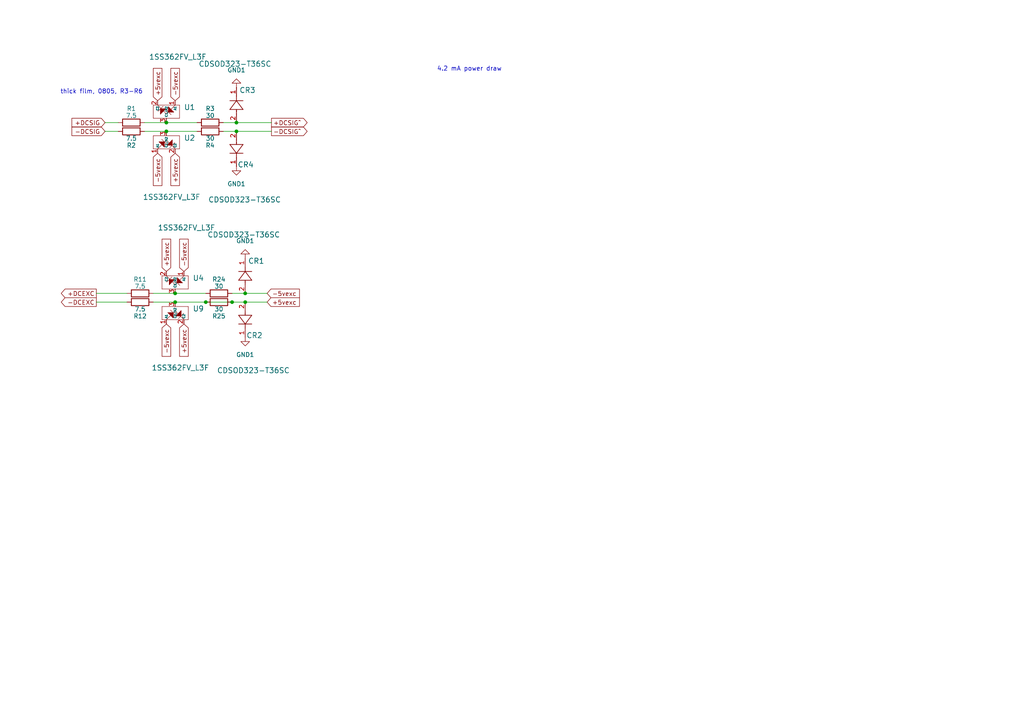
<source format=kicad_sch>
(kicad_sch (version 20231120) (generator "eeschema") (generator_version "8.0")
  (paper "A4")
  (lib_symbols
    (symbol "1SS362FV_L3F_1" (pin_names (offset 0.254))
      (property "Reference" "U" (at 5.08 22.86 0))
      (property "Value" "1SS362FV_L3F" (at 5.08 20.32 0))
      (symbol "1SS362FV_L3F_1_0_1"
        (polyline (pts (xy -3.81 -1.27) (xy 3.81 -1.27)) (stroke (width 0.127)))
        (polyline (pts (xy -3.81 2.54) (xy -3.81 -1.27)) (stroke (width 0.127)))
        (polyline (pts (xy -2.54 -1.27) (xy 0 1.27)) (stroke (width 0.127)))
        (polyline (pts (xy -2.1203 0.75) (xy -0.5963 -0.774)) (stroke (width 0.127)))
        (polyline (pts (xy -1.3583 1.512) (xy 0.1657 -0.012)) (stroke (width 0.127)))
        (polyline (pts (xy -0.5963 0.75) (xy -2.1203 0.75)) (stroke (width 0.127)))
        (polyline (pts (xy -0.5963 0.75) (xy -0.5963 -0.774)) (stroke (width 0.127)))
        (polyline (pts (xy 0 1.27) (xy 2.54 -1.27)) (stroke (width 0.127)))
        (polyline (pts (xy 0.1858 -0.1895) (xy 1.7098 1.3345)) (stroke (width 0.127)))
        (polyline (pts (xy 0.9478 -0.9515) (xy 2.4718 0.5725)) (stroke (width 0.127)))
        (polyline (pts (xy 1.7098 -0.1895) (xy 0.1858 -0.1895)) (stroke (width 0.127)))
        (polyline (pts (xy 1.7098 -0.1895) (xy 1.7098 1.3345)) (stroke (width 0.127)))
        (polyline (pts (xy 3.81 -1.27) (xy 3.81 2.54)) (stroke (width 0.127)))
        (polyline (pts (xy 3.81 2.54) (xy -3.81 2.54)) (stroke (width 0.127)))
        (polyline (pts (xy -2.1203 0.75) (xy -0.5963 0.75) (xy -0.5963 -0.774)) (fill (type outline)))
        (polyline (pts (xy 1.7098 1.3345) (xy 1.7098 -0.1895) (xy 0.1858 -0.1895)) (fill (type outline)))
      )
      (symbol "1SS362FV_L3F_1_1_1"
        (pin unspecified line (at -2.54 -2.54 90) (length 1.27) (name "A1") (number "1"))
        (pin unspecified line (at 2.54 -2.54 90) (length 1.27) (name "C2") (number "2"))
        (pin unspecified line (at 0 3.81 270) (length 1.27) (name "C1/A2") (number "3"))
      )
    )
    (symbol "Device:R" (pin_numbers hide) (pin_names (offset 0))
      (property "Reference" "R" (at 2.032 0 90))
      (property "Value" "R" (at 0 0 90))
      (symbol "R_0_1"
        (rectangle (start -1.016 -2.54) (end 1.016 2.54) (stroke (width 0.254)))
      )
      (symbol "R_1_1"
        (pin passive line (at 0 3.81 270) (length 1.27) (name "~") (number "1"))
        (pin passive line (at 0 -3.81 90) (length 1.27) (name "~") (number "2"))
      )
    )
    (symbol "dyno_inst_sym:1SS362FV_L3F" (pin_names (offset 0.254))
      (property "Reference" "U" (at 5.08 22.86 0))
      (property "Value" "1SS362FV_L3F" (at 5.08 20.32 0))
      (symbol "1SS362FV_L3F_0_1"
        (polyline (pts (xy -3.81 -1.27) (xy 3.81 -1.27)) (stroke (width 0.127)))
        (polyline (pts (xy -3.81 2.54) (xy -3.81 -1.27)) (stroke (width 0.127)))
        (polyline (pts (xy -2.54 -1.27) (xy 0 1.27)) (stroke (width 0.127)))
        (polyline (pts (xy -2.1203 0.75) (xy -0.5963 -0.774)) (stroke (width 0.127)))
        (polyline (pts (xy -1.3583 1.512) (xy 0.1657 -0.012)) (stroke (width 0.127)))
        (polyline (pts (xy -0.5963 0.75) (xy -2.1203 0.75)) (stroke (width 0.127)))
        (polyline (pts (xy -0.5963 0.75) (xy -0.5963 -0.774)) (stroke (width 0.127)))
        (polyline (pts (xy 0 1.27) (xy 2.54 -1.27)) (stroke (width 0.127)))
        (polyline (pts (xy 0.1858 -0.1895) (xy 1.7098 1.3345)) (stroke (width 0.127)))
        (polyline (pts (xy 0.9478 -0.9515) (xy 2.4718 0.5725)) (stroke (width 0.127)))
        (polyline (pts (xy 1.7098 -0.1895) (xy 0.1858 -0.1895)) (stroke (width 0.127)))
        (polyline (pts (xy 1.7098 -0.1895) (xy 1.7098 1.3345)) (stroke (width 0.127)))
        (polyline (pts (xy 3.81 -1.27) (xy 3.81 2.54)) (stroke (width 0.127)))
        (polyline (pts (xy 3.81 2.54) (xy -3.81 2.54)) (stroke (width 0.127)))
        (polyline (pts (xy -2.1203 0.75) (xy -0.5963 0.75) (xy -0.5963 -0.774)) (fill (type outline)))
        (polyline (pts (xy 1.7098 1.3345) (xy 1.7098 -0.1895) (xy 0.1858 -0.1895)) (fill (type outline)))
      )
      (symbol "1SS362FV_L3F_1_1"
        (pin unspecified line (at -2.54 -2.54 90) (length 1.27) (name "A1") (number "1"))
        (pin unspecified line (at 2.54 -2.54 90) (length 1.27) (name "C2") (number "2"))
        (pin unspecified line (at 0 3.81 270) (length 1.27) (name "C1/A2") (number "3"))
      )
    )
    (symbol "dyno_inst_sym:CDSOD323-T36SC" (pin_names (offset 0.254))
      (property "Reference" "CR" (at 5.08 4.445 0))
      (property "Value" "CDSOD323-T36SC" (at 5.08 -3.81 0))
      (symbol "CDSOD323-T36SC_1_1"
        (polyline (pts (xy 2.54 0) (xy 3.4798 0)) (stroke (width 0.2032)))
        (polyline (pts (xy 3.175 0) (xy 3.81 0)) (stroke (width 0.2032)))
        (polyline (pts (xy 3.81 -1.905) (xy 6.35 0)) (stroke (width 0.2032)))
        (polyline (pts (xy 3.81 1.905) (xy 3.81 -1.905)) (stroke (width 0.2032)))
        (polyline (pts (xy 6.35 -1.905) (xy 6.35 1.905)) (stroke (width 0.2032)))
        (polyline (pts (xy 6.35 0) (xy 3.81 1.905)) (stroke (width 0.2032)))
        (polyline (pts (xy 6.35 0) (xy 7.62 0)) (stroke (width 0.2032)))
        (pin unspecified line (at 10.16 0 180) (length 2.54) (name "") (number "1"))
        (pin unspecified line (at 0 0 0) (length 2.54) (name "") (number "2"))
      )
      (symbol "CDSOD323-T36SC_1_2"
        (polyline (pts (xy -1.905 3.81) (xy 1.905 3.81)) (stroke (width 0.2032)))
        (polyline (pts (xy 0 2.54) (xy 0 3.4798)) (stroke (width 0.2032)))
        (polyline (pts (xy 0 3.175) (xy 0 3.81)) (stroke (width 0.2032)))
        (polyline (pts (xy 0 6.35) (xy -1.905 3.81)) (stroke (width 0.2032)))
        (polyline (pts (xy 0 6.35) (xy 0 7.62)) (stroke (width 0.2032)))
        (polyline (pts (xy 1.905 3.81) (xy 0 6.35)) (stroke (width 0.2032)))
        (polyline (pts (xy 1.905 6.35) (xy -1.905 6.35)) (stroke (width 0.2032)))
        (pin unspecified line (at 0 10.16 270) (length 2.54) (name "") (number "1"))
        (pin unspecified line (at 0 0 90) (length 2.54) (name "") (number "2"))
      )
    )
    (symbol "power:GND1" (power) (pin_numbers hide) (pin_names (offset 0) hide)
      (property "Value" "GND1" (at 0 -3.81 0))
      (symbol "GND1_0_1"
        (polyline (pts (xy 0 0) (xy 0 -1.27) (xy 1.27 -1.27) (xy 0 -2.54) (xy -1.27 -1.27) (xy 0 -1.27)))
      )
      (symbol "GND1_1_1"
        (pin power_in line (at 0 0 270) (length 0) (name "~") (number "1"))
      )
    )
  )
  (junction (at 68.58 35.56))
  (junction (at 50.8 87.63))
  (junction (at 48.26 38.1))
  (junction (at 48.26 35.56))
  (junction (at 71.12 87.63))
  (junction (at 68.58 38.1))
  (junction (at 71.12 85.09))
  (junction (at 67.31 87.63))
  (junction (at 50.8 85.09))
  (junction (at 59.69 87.63))
  (wire (pts (xy 64.77 35.56) (xy 68.58 35.56)))
  (wire (pts (xy 64.77 38.1) (xy 68.58 38.1)))
  (wire (pts (xy 68.58 38.1) (xy 78.74 38.1)))
  (wire (pts (xy 71.12 85.09) (xy 77.47 85.09)))
  (wire (pts (xy 41.91 35.56) (xy 48.26 35.56)))
  (wire (pts (xy 44.45 87.63) (xy 50.8 87.63)))
  (wire (pts (xy 71.12 87.63) (xy 77.47 87.63)))
  (wire (pts (xy 48.26 38.1) (xy 57.15 38.1)))
  (wire (pts (xy 30.48 38.1) (xy 34.29 38.1)))
  (wire (pts (xy 50.8 87.63) (xy 59.69 87.63)))
  (wire (pts (xy 27.94 85.09) (xy 36.83 85.09)))
  (wire (pts (xy 59.69 87.63) (xy 67.31 87.63)))
  (wire (pts (xy 27.94 87.63) (xy 36.83 87.63)))
  (wire (pts (xy 48.26 35.56) (xy 57.15 35.56)))
  (wire (pts (xy 44.45 85.09) (xy 50.8 85.09)))
  (wire (pts (xy 67.31 85.09) (xy 71.12 85.09)))
  (wire (pts (xy 67.31 87.63) (xy 71.12 87.63)))
  (wire (pts (xy 68.58 35.56) (xy 78.74 35.56)))
  (wire (pts (xy 41.91 38.1) (xy 48.26 38.1)))
  (wire (pts (xy 50.8 85.09) (xy 59.69 85.09)))
  (wire (pts (xy 30.48 35.56) (xy 34.29 35.56)))
  (text "thick film, 0805, R3-R6" (at 29.464 26.67 0) (effects (font (size 1.27 1.27))))
  (text "4.2 mA power draw" (at 136.144 20.066 0) (effects (font (size 1.27 1.27))))
  (global_label "-DCSIG^" (shape output) (at 78.74 38.1 0) (property "Intersheetrefs" "${INTERSHEET_REFS}" (effects (hide yes))))
  (global_label "+5vexc" (shape input) (at 48.26 78.74 90) (property "Intersheetrefs" "${INTERSHEET_REFS}" (effects (hide yes))))
  (global_label "-DCSIG" (shape input) (at 30.48 38.1 180) (property "Intersheetrefs" "${INTERSHEET_REFS}" (effects (hide yes))))
  (global_label "-DCEXC" (shape output) (at 27.94 87.63 180) (property "Intersheetrefs" "${INTERSHEET_REFS}" (effects (hide yes))))
  (global_label "+DCEXC" (shape output) (at 27.94 85.09 180) (property "Intersheetrefs" "${INTERSHEET_REFS}" (effects (hide yes))))
  (global_label "+5vexc" (shape input) (at 45.72 29.21 90) (property "Intersheetrefs" "${INTERSHEET_REFS}" (effects (hide yes))))
  (global_label "-5vexc" (shape input) (at 50.8 29.21 90) (property "Intersheetrefs" "${INTERSHEET_REFS}" (effects (hide yes))))
  (global_label "-5vexc" (shape input) (at 48.26 93.98 270) (property "Intersheetrefs" "${INTERSHEET_REFS}" (effects (hide yes))))
  (global_label "-5vexc" (shape input) (at 45.72 44.45 270) (property "Intersheetrefs" "${INTERSHEET_REFS}" (effects (hide yes))))
  (global_label "+5vexc" (shape input) (at 50.8 44.45 270) (property "Intersheetrefs" "${INTERSHEET_REFS}" (effects (hide yes))))
  (global_label "+5vexc" (shape input) (at 53.34 93.98 270) (property "Intersheetrefs" "${INTERSHEET_REFS}" (effects (hide yes))))
  (global_label "-5vexc" (shape input) (at 53.34 78.74 90) (property "Intersheetrefs" "${INTERSHEET_REFS}" (effects (hide yes))))
  (global_label "+DCSIG" (shape input) (at 30.48 35.56 180) (property "Intersheetrefs" "${INTERSHEET_REFS}" (effects (hide yes))))
  (global_label "-5vexc" (shape input) (at 77.47 85.09 0) (property "Intersheetrefs" "${INTERSHEET_REFS}" (effects (hide yes))))
  (global_label "+DCSIG^" (shape output) (at 78.74 35.56 0) (property "Intersheetrefs" "${INTERSHEET_REFS}" (effects (hide yes))))
  (global_label "+5vexc" (shape input) (at 77.47 87.63 0) (property "Intersheetrefs" "${INTERSHEET_REFS}" (effects (hide yes))))
  (symbol (lib_name "1SS362FV_L3F_1") (lib_id "dyno_inst_sym:1SS362FV_L3F") (at 50.8 91.44 0) (unit 1)
    (property "Reference" "U9" (at 55.88 89.5349 0) (effects (font (size 1.524 1.524)) (justify left)))
    (property "Value" "1SS362FV_L3F" (at 43.942 106.68 0) (effects (font (size 1.524 1.524)) (justify left)))
    (property "Footprint" "SOT-723   VESM_TOS" (effects (hide yes)))
    (property "Datasheet" "1SS362FV_L3F" (effects (hide yes)))
  )
  (symbol (lib_id "power:GND1") (at 71.12 97.79 0) (unit 1)
    (property "Reference" "#PWR02" (effects (hide yes)))
    (property "Value" "GND1" (at 71.12 102.87 0))
    (property "Description" "Power symbol creates a global label with name \"GND1\" , ground" (effects (hide yes)))
  )
  (symbol (lib_id "dyno_inst_sym:CDSOD323-T36SC") (at 68.58 38.1 90) (mirror x) (unit 1)
    (property "Reference" "CR4" (at 73.66 47.752 90) (effects (font (size 1.524 1.524)) (justify left)))
    (property "Value" "CDSOD323-T36SC" (at 81.534 57.912 90) (effects (font (size 1.524 1.524)) (justify left)))
    (property "Footprint" "DIODE_CDSOD323-T36SC_BRN" (effects (hide yes)))
    (property "Datasheet" "CDSOD323-T36SC" (effects (hide yes)))
  )
  (symbol (lib_id "power:GND1") (at 68.58 48.26 0) (unit 1)
    (property "Reference" "#PWR010" (effects (hide yes)))
    (property "Value" "GND1" (at 68.58 53.34 0))
    (property "Description" "Power symbol creates a global label with name \"GND1\" , ground" (effects (hide yes)))
  )
  (symbol (lib_id "power:GND1") (at 71.12 74.93 180) (unit 1)
    (property "Reference" "#PWR01" (effects (hide yes)))
    (property "Value" "GND1" (at 71.12 69.85 0))
    (property "Description" "Power symbol creates a global label with name \"GND1\" , ground" (effects (hide yes)))
  )
  (symbol (lib_id "Device:R") (at 38.1 35.56 90) (mirror x) (unit 1)
    (property "Reference" "R1" (at 38.1 31.496 90))
    (property "Value" "7.5" (at 38.1 33.528 90))
    (property "Description" "Resistor" (effects (hide yes)))
  )
  (symbol (lib_id "dyno_inst_sym:1SS362FV_L3F") (at 50.8 81.28 180) (unit 1)
    (property "Reference" "U4" (at 55.88 80.6449 0) (effects (font (size 1.524 1.524)) (justify right)))
    (property "Value" "1SS362FV_L3F" (at 45.72 66.04 0) (effects (font (size 1.524 1.524)) (justify right)))
    (property "Footprint" "SOT-723   VESM_TOS" (effects (hide yes)))
    (property "Datasheet" "1SS362FV_L3F" (effects (hide yes)))
  )
  (symbol (lib_id "Device:R") (at 60.96 38.1 90) (unit 1)
    (property "Reference" "R4" (at 60.96 42.164 90))
    (property "Value" "30" (at 60.96 40.132 90))
    (property "Description" "Resistor" (effects (hide yes)))
  )
  (symbol (lib_id "Device:R") (at 63.5 87.63 90) (unit 1)
    (property "Reference" "R25" (at 63.5 91.694 90))
    (property "Value" "30" (at 63.5 89.662 90))
    (property "Description" "Resistor" (effects (hide yes)))
  )
  (symbol (lib_id "dyno_inst_sym:CDSOD323-T36SC") (at 71.12 85.09 90) (unit 1)
    (property "Reference" "CR1" (at 76.708 75.692 90) (effects (font (size 1.524 1.524)) (justify left)))
    (property "Value" "CDSOD323-T36SC" (at 81.28 68.072 90) (effects (font (size 1.524 1.524)) (justify left)))
    (property "Footprint" "DIODE_CDSOD323-T36SC_BRN" (effects (hide yes)))
    (property "Datasheet" "CDSOD323-T36SC" (effects (hide yes)))
  )
  (symbol (lib_id "Device:R") (at 60.96 35.56 90) (mirror x) (unit 1)
    (property "Reference" "R3" (at 60.96 31.496 90))
    (property "Value" "30" (at 60.96 33.528 90))
    (property "Description" "Resistor" (effects (hide yes)))
  )
  (symbol (lib_id "Device:R") (at 38.1 38.1 90) (unit 1)
    (property "Reference" "R2" (at 38.1 42.164 90))
    (property "Value" "7.5" (at 38.1 40.132 90))
    (property "Description" "Resistor" (effects (hide yes)))
  )
  (symbol (lib_id "Device:R") (at 40.64 85.09 90) (mirror x) (unit 1)
    (property "Reference" "R11" (at 40.64 81.026 90))
    (property "Value" "7.5" (at 40.64 83.058 90))
    (property "Description" "Resistor" (effects (hide yes)))
  )
  (symbol (lib_name "1SS362FV_L3F_1") (lib_id "dyno_inst_sym:1SS362FV_L3F") (at 48.26 41.91 0) (unit 1)
    (property "Reference" "U2" (at 53.34 40.0049 0) (effects (font (size 1.524 1.524)) (justify left)))
    (property "Value" "1SS362FV_L3F" (at 41.402 57.15 0) (effects (font (size 1.524 1.524)) (justify left)))
    (property "Footprint" "SOT-723   VESM_TOS" (effects (hide yes)))
    (property "Datasheet" "1SS362FV_L3F" (effects (hide yes)))
  )
  (symbol (lib_id "dyno_inst_sym:1SS362FV_L3F") (at 48.26 31.75 180) (unit 1)
    (property "Reference" "U1" (at 53.34 31.1149 0) (effects (font (size 1.524 1.524)) (justify right)))
    (property "Value" "1SS362FV_L3F" (at 43.18 16.51 0) (effects (font (size 1.524 1.524)) (justify right)))
    (property "Footprint" "SOT-723   VESM_TOS" (effects (hide yes)))
    (property "Datasheet" "1SS362FV_L3F" (effects (hide yes)))
  )
  (symbol (lib_id "power:GND1") (at 68.58 25.4 180) (unit 1)
    (property "Reference" "#PWR09" (effects (hide yes)))
    (property "Value" "GND1" (at 68.58 20.32 0))
    (property "Description" "Power symbol creates a global label with name \"GND1\" , ground" (effects (hide yes)))
  )
  (symbol (lib_id "dyno_inst_sym:CDSOD323-T36SC") (at 71.12 87.63 90) (mirror x) (unit 1)
    (property "Reference" "CR2" (at 76.2 97.282 90) (effects (font (size 1.524 1.524)) (justify left)))
    (property "Value" "CDSOD323-T36SC" (at 84.074 107.442 90) (effects (font (size 1.524 1.524)) (justify left)))
    (property "Footprint" "DIODE_CDSOD323-T36SC_BRN" (effects (hide yes)))
    (property "Datasheet" "CDSOD323-T36SC" (effects (hide yes)))
  )
  (symbol (lib_id "Device:R") (at 40.64 87.63 90) (unit 1)
    (property "Reference" "R12" (at 40.64 91.694 90))
    (property "Value" "7.5" (at 40.64 89.662 90))
    (property "Description" "Resistor" (effects (hide yes)))
  )
  (symbol (lib_id "Device:R") (at 63.5 85.09 90) (mirror x) (unit 1)
    (property "Reference" "R24" (at 63.5 81.026 90))
    (property "Value" "30" (at 63.5 83.058 90))
    (property "Description" "Resistor" (effects (hide yes)))
  )
  (symbol (lib_id "dyno_inst_sym:CDSOD323-T36SC") (at 68.58 35.56 90) (unit 1)
    (property "Reference" "CR3" (at 74.168 26.162 90) (effects (font (size 1.524 1.524)) (justify left)))
    (property "Value" "CDSOD323-T36SC" (at 78.74 18.542 90) (effects (font (size 1.524 1.524)) (justify left)))
    (property "Footprint" "DIODE_CDSOD323-T36SC_BRN" (effects (hide yes)))
    (property "Datasheet" "CDSOD323-T36SC" (effects (hide yes)))
  )
)
</source>
